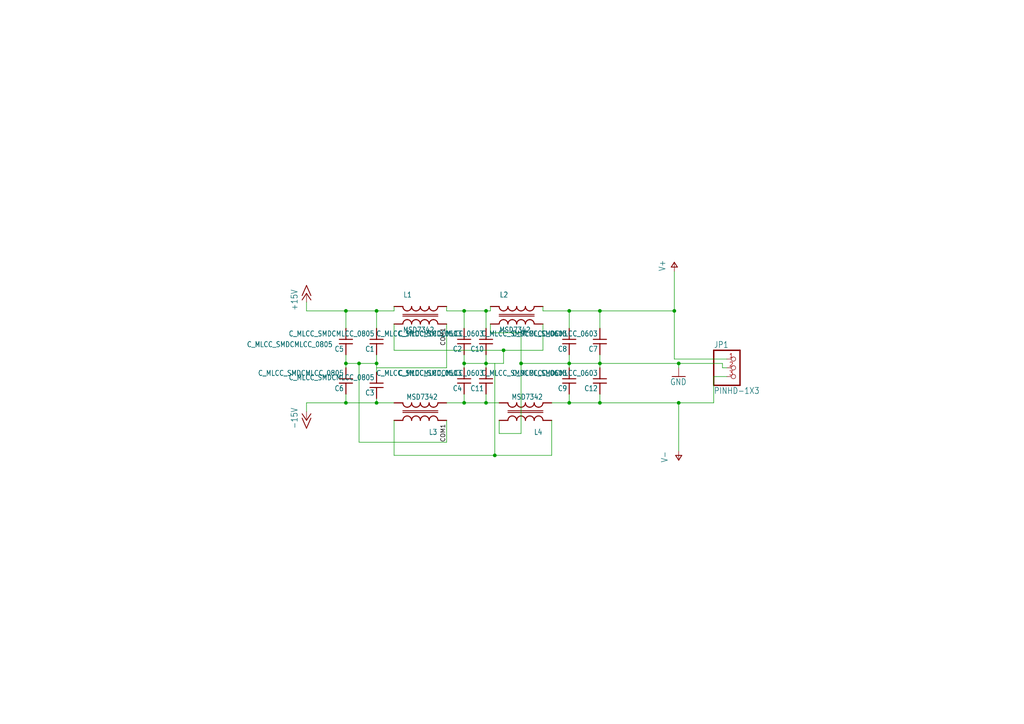
<source format=kicad_sch>
(kicad_sch (version 20211123) (generator eeschema)
  (paper "A4")
  (lib_symbols
    (symbol "FilterSupply-eagle-import:+15V" (power)
      (property "Value" "+15V" (at -2.54 -5.08 90))
      (symbol "+15V_1_0"
        (polyline (pts (xy 0 0) (xy -1.27 -1.905)) (stroke (width 0.254)))
        (polyline (pts (xy 0 2.286) (xy -1.27 -0.635)) (stroke (width 0.254)))
        (polyline (pts (xy 1.27 -1.905) (xy 0 0)) (stroke (width 0.254)))
        (polyline (pts (xy 1.27 -0.635) (xy 0 2.286)) (stroke (width 0.254)))
        (pin power_in line (at 0 -2.54 90) (length 2.54) (name "+15V") (number "1"))
      )
    )
    (symbol "FilterSupply-eagle-import:-15V" (power)
      (property "Value" "-15V" (at -2.54 -2.54 90))
      (symbol "-15V_1_0"
        (polyline (pts (xy -1.27 0.635) (xy 0 -2.286)) (stroke (width 0.254)))
        (polyline (pts (xy -1.27 1.905) (xy 0 0)) (stroke (width 0.254)))
        (polyline (pts (xy 0 -2.286) (xy 1.27 0.635)) (stroke (width 0.254)))
        (polyline (pts (xy 0 0) (xy 1.27 1.905)) (stroke (width 0.254)))
        (pin power_in line (at 0 2.54 270) (length 2.54) (name "-15V") (number "1"))
      )
    )
    (symbol "FilterSupply-eagle-import:C_MLCC_SMDCMLCC_0603"
      (property "Reference" "C" (at 0.5715 0.0635 0))
      (property "Value" "C_MLCC_SMDCMLCC_0603" (at 0.5715 -4.3815 0))
      (symbol "C_MLCC_SMDCMLCC_0603_1_0"
        (polyline (pts (xy -1.905 -1.905) (xy 0 -1.905)) (stroke (width 0.3048)))
        (polyline (pts (xy 0 -1.905) (xy 0 -5.08)) (stroke (width 0.3048)))
        (polyline (pts (xy 0 -1.905) (xy 1.905 -1.905)) (stroke (width 0.3048)))
        (polyline (pts (xy 0 -0.635) (xy -1.905 -0.635)) (stroke (width 0.3048)))
        (polyline (pts (xy 0 -0.635) (xy 0 2.54)) (stroke (width 0.3048)))
        (polyline (pts (xy 1.905 -0.635) (xy 0 -0.635)) (stroke (width 0.3048)))
        (pin passive line (at 0 2.54 270) (length 0) (name "1") (number "P$1"))
        (pin passive line (at 0 -5.08 90) (length 0) (name "2") (number "P$2"))
      )
    )
    (symbol "FilterSupply-eagle-import:C_MLCC_SMDCMLCC_0805"
      (property "Reference" "C" (at 0.5715 0.0635 0))
      (property "Value" "C_MLCC_SMDCMLCC_0805" (at 0.5715 -4.3815 0))
      (symbol "C_MLCC_SMDCMLCC_0805_1_0"
        (polyline (pts (xy -1.905 -1.905) (xy 0 -1.905)) (stroke (width 0.3048)))
        (polyline (pts (xy 0 -1.905) (xy 0 -5.08)) (stroke (width 0.3048)))
        (polyline (pts (xy 0 -1.905) (xy 1.905 -1.905)) (stroke (width 0.3048)))
        (polyline (pts (xy 0 -0.635) (xy -1.905 -0.635)) (stroke (width 0.3048)))
        (polyline (pts (xy 0 -0.635) (xy 0 2.54)) (stroke (width 0.3048)))
        (polyline (pts (xy 1.905 -0.635) (xy 0 -0.635)) (stroke (width 0.3048)))
        (pin passive line (at 0 2.54 270) (length 0) (name "1") (number "P$1"))
        (pin passive line (at 0 -5.08 90) (length 0) (name "2") (number "P$2"))
      )
    )
    (symbol "FilterSupply-eagle-import:GND" (power)
      (property "Value" "GND" (at -2.54 -2.54 0))
      (symbol "GND_1_0"
        (polyline (pts (xy -1.905 0) (xy 1.905 0)) (stroke (width 0.254)))
        (pin power_in line (at 0 2.54 270) (length 2.54) (name "GND") (number "1"))
      )
    )
    (symbol "FilterSupply-eagle-import:MSD7342"
      (property "Reference" "L" (at -4.954 5.104 0))
      (property "Value" "MSD7342" (at -5.08 -5.08 0))
      (symbol "MSD7342_1_0"
        (arc (start -5.08 2.54) (mid -4.708 1.642) (end -3.81 1.27) (stroke (width 0.3048)))
        (arc (start -3.81 -1.27) (mid -4.708 -1.642) (end -5.08 -2.54) (stroke (width 0.3048)))
        (arc (start -3.81 1.27) (mid -2.912 1.642) (end -2.54 2.54) (stroke (width 0.3048)))
        (arc (start -2.54 -2.54) (mid -2.912 -1.642) (end -3.81 -1.27) (stroke (width 0.3048)))
        (arc (start -2.54 2.54) (mid -2.168 1.642) (end -1.27 1.27) (stroke (width 0.3048)))
        (arc (start -1.27 -1.27) (mid -2.168 -1.642) (end -2.54 -2.54) (stroke (width 0.3048)))
        (arc (start -1.27 1.27) (mid -0.372 1.642) (end 0 2.54) (stroke (width 0.3048)))
        (arc (start 0 -2.54) (mid -0.372 -1.642) (end -1.27 -1.27) (stroke (width 0.3048)))
        (polyline (pts (xy -5.08 -2.54) (xy -7.62 -2.54)) (stroke (width 0.3048)))
        (polyline (pts (xy -5.08 -0.254) (xy 5.08 -0.254)) (stroke (width 0.254)))
        (polyline (pts (xy -5.08 0.254) (xy 5.08 0.254)) (stroke (width 0.254)))
        (polyline (pts (xy -5.08 2.54) (xy -7.62 2.54)) (stroke (width 0.3048)))
        (polyline (pts (xy 5.08 -2.54) (xy 7.62 -2.54)) (stroke (width 0.3048)))
        (polyline (pts (xy 5.08 2.54) (xy 7.62 2.54)) (stroke (width 0.3048)))
        (arc (start 0 2.54) (mid 0.372 1.642) (end 1.27 1.27) (stroke (width 0.3048)))
        (arc (start 1.27 -1.27) (mid 0.372 -1.642) (end 0 -2.54) (stroke (width 0.3048)))
        (arc (start 1.27 1.27) (mid 2.168 1.642) (end 2.54 2.54) (stroke (width 0.3048)))
        (arc (start 2.54 -2.54) (mid 2.168 -1.642) (end 1.27 -1.27) (stroke (width 0.3048)))
        (arc (start 2.54 2.54) (mid 2.912 1.642) (end 3.81 1.27) (stroke (width 0.3048)))
        (arc (start 3.81 -1.27) (mid 2.912 -1.642) (end 2.54 -2.54) (stroke (width 0.3048)))
        (arc (start 3.81 1.27) (mid 4.708 1.642) (end 5.08 2.54) (stroke (width 0.3048)))
        (arc (start 5.08 -2.54) (mid 4.708 -1.642) (end 3.81 -1.27) (stroke (width 0.3048)))
        (pin passive line (at -7.62 -2.54 0) (length 2.54) (name "1") (number "1"))
        (pin passive line (at -7.62 2.54 0) (length 2.54) (name "2") (number "2"))
        (pin passive line (at 7.62 -2.54 180) (length 2.54) (name "3") (number "3"))
        (pin passive line (at 7.62 2.54 180) (length 2.54) (name "4") (number "4"))
      )
    )
    (symbol "FilterSupply-eagle-import:PINHD-1X3"
      (property "Reference" "JP" (at -6.35 5.715 0))
      (property "Value" "PINHD-1X3" (at -6.35 -7.62 0))
      (symbol "PINHD-1X3_1_0"
        (polyline (pts (xy -6.35 -5.08) (xy 1.27 -5.08)) (stroke (width 0.4064)))
        (polyline (pts (xy -6.35 5.08) (xy -6.35 -5.08)) (stroke (width 0.4064)))
        (polyline (pts (xy 1.27 -5.08) (xy 1.27 5.08)) (stroke (width 0.4064)))
        (polyline (pts (xy 1.27 5.08) (xy -6.35 5.08)) (stroke (width 0.4064)))
        (pin passive inverted (at -2.54 2.54 0) (length 2.54) (name "1") (number "1"))
        (pin passive inverted (at -2.54 0 0) (length 2.54) (name "2") (number "2"))
        (pin passive inverted (at -2.54 -2.54 0) (length 2.54) (name "3") (number "3"))
      )
    )
    (symbol "FilterSupply-eagle-import:V+" (power)
      (property "Value" "V+" (at -2.54 -2.54 90))
      (symbol "V+_1_0"
        (polyline (pts (xy -0.889 -1.27) (xy 0.889 -1.27)) (stroke (width 0.254)))
        (polyline (pts (xy 0 0.127) (xy -0.889 -1.27)) (stroke (width 0.254)))
        (polyline (pts (xy 0.889 -1.27) (xy 0 0.127)) (stroke (width 0.254)))
        (pin power_in line (at 0 -2.54 90) (length 2.54) (name "V+") (number "1"))
      )
    )
    (symbol "FilterSupply-eagle-import:V-" (power)
      (property "Value" "V-" (at -5.08 2.54 90))
      (symbol "V-_1_0"
        (polyline (pts (xy -0.889 1.27) (xy 0 -0.127)) (stroke (width 0.254)))
        (polyline (pts (xy -0.889 1.27) (xy 0.889 1.27)) (stroke (width 0.254)))
        (polyline (pts (xy 0 -0.127) (xy 0.889 1.27)) (stroke (width 0.254)))
        (pin power_in line (at 0 2.54 270) (length 2.54) (name "V-") (number "1"))
      )
    )
  )
  (junction (at 165.1 105.41))
  (junction (at 196.85 105.41))
  (junction (at 134.62 116.84))
  (junction (at 143.51 132.08))
  (junction (at 140.97 90.17))
  (junction (at 173.99 105.41))
  (junction (at 165.1 116.84))
  (junction (at 196.85 116.84))
  (junction (at 165.1 90.17))
  (junction (at 100.33 90.17))
  (junction (at 195.58 90.17))
  (junction (at 173.99 116.84))
  (junction (at 173.99 90.17))
  (junction (at 140.97 105.41))
  (junction (at 109.22 105.41))
  (junction (at 134.62 105.41))
  (junction (at 134.62 90.17))
  (junction (at 146.05 101.6))
  (junction (at 100.33 116.84))
  (junction (at 140.97 116.84))
  (junction (at 104.14 105.41))
  (junction (at 100.33 105.41))
  (junction (at 151.13 105.41))
  (junction (at 109.22 90.17))
  (junction (at 109.22 116.84))
  (wire (pts (xy 129.54 93.98) (xy 129.54 106.68)))
  (wire (pts (xy 165.1 90.17) (xy 173.99 90.17)))
  (wire (pts (xy 146.05 101.6) (xy 114.3 101.6)))
  (wire (pts (xy 165.1 102.87) (xy 165.1 105.41)))
  (wire (pts (xy 140.97 116.84) (xy 134.62 116.84)))
  (wire (pts (xy 160.02 121.92) (xy 160.02 132.08)))
  (wire (pts (xy 142.24 90.17) (xy 142.24 88.9)))
  (wire (pts (xy 210.82 106.68) (xy 209.55 106.68)))
  (wire (pts (xy 209.55 105.41) (xy 209.55 106.68)))
  (wire (pts (xy 151.13 125.73) (xy 151.13 105.41)))
  (wire (pts (xy 157.48 93.98) (xy 157.48 101.6)))
  (wire (pts (xy 173.99 90.17) (xy 195.58 90.17)))
  (wire (pts (xy 207.01 116.84) (xy 196.85 116.84)))
  (wire (pts (xy 100.33 90.17) (xy 88.9 90.17)))
  (wire (pts (xy 173.99 102.87) (xy 173.99 105.41)))
  (wire (pts (xy 196.85 105.41) (xy 196.85 106.68)))
  (wire (pts (xy 100.33 105.41) (xy 104.14 105.41)))
  (wire (pts (xy 140.97 105.41) (xy 140.97 106.68)))
  (wire (pts (xy 165.1 116.84) (xy 173.99 116.84)))
  (wire (pts (xy 142.24 93.98) (xy 142.24 96.52)))
  (wire (pts (xy 140.97 90.17) (xy 140.97 95.25)))
  (wire (pts (xy 114.3 132.08) (xy 114.3 121.92)))
  (wire (pts (xy 100.33 106.68) (xy 100.33 105.41)))
  (wire (pts (xy 109.22 115.57) (xy 109.22 116.84)))
  (wire (pts (xy 144.78 125.73) (xy 151.13 125.73)))
  (wire (pts (xy 88.9 87.63) (xy 88.9 90.17)))
  (wire (pts (xy 100.33 116.84) (xy 88.9 116.84)))
  (wire (pts (xy 195.58 90.17) (xy 195.58 78.74)))
  (wire (pts (xy 134.62 90.17) (xy 140.97 90.17)))
  (wire (pts (xy 143.51 105.41) (xy 143.51 132.08)))
  (wire (pts (xy 140.97 102.87) (xy 140.97 105.41)))
  (wire (pts (xy 104.14 105.41) (xy 109.22 105.41)))
  (wire (pts (xy 157.48 101.6) (xy 146.05 101.6)))
  (wire (pts (xy 146.05 105.41) (xy 146.05 101.6)))
  (wire (pts (xy 142.24 96.52) (xy 151.13 96.52)))
  (wire (pts (xy 134.62 116.84) (xy 129.54 116.84)))
  (wire (pts (xy 100.33 102.87) (xy 100.33 105.41)))
  (wire (pts (xy 210.82 109.22) (xy 207.01 109.22)))
  (wire (pts (xy 134.62 114.3) (xy 134.62 116.84)))
  (wire (pts (xy 140.97 105.41) (xy 143.51 105.41)))
  (wire (pts (xy 173.99 105.41) (xy 196.85 105.41)))
  (wire (pts (xy 140.97 114.3) (xy 140.97 116.84)))
  (wire (pts (xy 196.85 116.84) (xy 196.85 130.81)))
  (wire (pts (xy 104.14 128.27) (xy 104.14 105.41)))
  (wire (pts (xy 109.22 95.25) (xy 109.22 90.17)))
  (wire (pts (xy 88.9 116.84) (xy 88.9 119.38)))
  (wire (pts (xy 134.62 106.68) (xy 134.62 105.41)))
  (wire (pts (xy 160.02 132.08) (xy 143.51 132.08)))
  (wire (pts (xy 109.22 116.84) (xy 100.33 116.84)))
  (wire (pts (xy 129.54 90.17) (xy 134.62 90.17)))
  (wire (pts (xy 140.97 90.17) (xy 142.24 90.17)))
  (wire (pts (xy 100.33 114.3) (xy 100.33 116.84)))
  (wire (pts (xy 109.22 102.87) (xy 109.22 105.41)))
  (wire (pts (xy 196.85 105.41) (xy 209.55 105.41)))
  (wire (pts (xy 114.3 90.17) (xy 114.3 88.9)))
  (wire (pts (xy 151.13 105.41) (xy 165.1 105.41)))
  (wire (pts (xy 165.1 105.41) (xy 173.99 105.41)))
  (wire (pts (xy 114.3 93.98) (xy 114.3 101.6)))
  (wire (pts (xy 109.22 90.17) (xy 100.33 90.17)))
  (wire (pts (xy 173.99 114.3) (xy 173.99 116.84)))
  (wire (pts (xy 114.3 116.84) (xy 109.22 116.84)))
  (wire (pts (xy 144.78 116.84) (xy 140.97 116.84)))
  (wire (pts (xy 157.48 88.9) (xy 157.48 90.17)))
  (wire (pts (xy 165.1 95.25) (xy 165.1 90.17)))
  (wire (pts (xy 160.02 116.84) (xy 165.1 116.84)))
  (wire (pts (xy 207.01 109.22) (xy 207.01 116.84)))
  (wire (pts (xy 144.78 121.92) (xy 144.78 125.73)))
  (wire (pts (xy 173.99 95.25) (xy 173.99 90.17)))
  (wire (pts (xy 143.51 132.08) (xy 114.3 132.08)))
  (wire (pts (xy 134.62 105.41) (xy 140.97 105.41)))
  (wire (pts (xy 195.58 104.14) (xy 195.58 90.17)))
  (wire (pts (xy 129.54 88.9) (xy 129.54 90.17)))
  (wire (pts (xy 109.22 105.41) (xy 109.22 107.95)))
  (wire (pts (xy 165.1 114.3) (xy 165.1 116.84)))
  (wire (pts (xy 173.99 116.84) (xy 196.85 116.84)))
  (wire (pts (xy 114.3 90.17) (xy 109.22 90.17)))
  (wire (pts (xy 134.62 95.25) (xy 134.62 90.17)))
  (wire (pts (xy 210.82 104.14) (xy 195.58 104.14)))
  (wire (pts (xy 134.62 102.87) (xy 134.62 105.41)))
  (wire (pts (xy 173.99 105.41) (xy 173.99 106.68)))
  (wire (pts (xy 100.33 95.25) (xy 100.33 90.17)))
  (wire (pts (xy 129.54 121.92) (xy 129.54 128.27)))
  (wire (pts (xy 165.1 106.68) (xy 165.1 105.41)))
  (wire (pts (xy 129.54 128.27) (xy 104.14 128.27)))
  (wire (pts (xy 129.54 106.68) (xy 109.22 106.68)))
  (wire (pts (xy 146.05 105.41) (xy 143.51 105.41)))
  (wire (pts (xy 151.13 96.52) (xy 151.13 105.41)))
  (wire (pts (xy 157.48 90.17) (xy 165.1 90.17)))
  (label "COM1" (at 129.54 128.27 90) (effects (font (size 1.2446 1.2446))))
  (label "COM1" (at 129.54 100.33 90) (effects (font (size 1.2446 1.2446))))
  (symbol (lib_id "FilterSupply-eagle-import:MSD7342") (at 149.86 91.44 0) (unit 1)
    (property "Reference" "L2" (at 144.906 86.336 0) (effects (font (size 1.524 1.2954)) (justify left bottom)))
    (property "Value" "MSD7342" (at 144.78 96.52 0) (effects (font (size 1.524 1.2954)) (justify left bottom)))
    (property "Footprint" "FilterSupply:MSD7342" (effects hide))
  )
  (symbol (lib_id "FilterSupply-eagle-import:+15V") (at 88.9 85.09 0) (unit 1)
    (property "Reference" "#P+1" (effects hide))
    (property "Value" "+15V" (at 86.36 90.17 90) (effects (font (size 1.778 1.5113)) (justify left bottom)))
    (property "Footprint" "FilterSupply:" (effects hide))
  )
  (symbol (lib_id "FilterSupply-eagle-import:C_MLCC_SMDCMLCC_0603") (at 165.1 111.76 180) (unit 1)
    (property "Reference" "C9" (at 164.5285 111.8235 0) (effects (font (size 1.524 1.2954)) (justify left bottom)))
    (property "Value" "C_MLCC_SMDCMLCC_0603" (at 164.5285 107.3785 0) (effects (font (size 1.524 1.2954)) (justify left bottom)))
    (property "Footprint" "FilterSupply:C_MLCC_0603" (effects hide))
  )
  (symbol (lib_id "FilterSupply-eagle-import:GND") (at 196.85 109.22 0) (unit 1)
    (property "Reference" "#GND1" (effects hide))
    (property "Value" "GND" (at 194.31 111.76 0) (effects (font (size 1.778 1.5113)) (justify left bottom)))
    (property "Footprint" "FilterSupply:" (effects hide))
  )
  (symbol (lib_id "FilterSupply-eagle-import:C_MLCC_SMDCMLCC_0603") (at 173.99 100.33 180) (unit 1)
    (property "Reference" "C7" (at 173.4185 100.3935 0) (effects (font (size 1.524 1.2954)) (justify left bottom)))
    (property "Value" "C_MLCC_SMDCMLCC_0603" (at 173.4185 95.9485 0) (effects (font (size 1.524 1.2954)) (justify left bottom)))
    (property "Footprint" "FilterSupply:C_MLCC_0603" (effects hide))
  )
  (symbol (lib_id "FilterSupply-eagle-import:C_MLCC_SMDCMLCC_0603") (at 140.97 100.33 180) (unit 1)
    (property "Reference" "C10" (at 140.3985 100.3935 0) (effects (font (size 1.524 1.2954)) (justify left bottom)))
    (property "Value" "C_MLCC_SMDCMLCC_0603" (at 140.3985 95.9485 0) (effects (font (size 1.524 1.2954)) (justify left bottom)))
    (property "Footprint" "FilterSupply:C_MLCC_0603" (effects hide))
  )
  (symbol (lib_id "FilterSupply-eagle-import:V+") (at 195.58 76.2 0) (unit 1)
    (property "Reference" "#P+2" (effects hide))
    (property "Value" "V+" (at 193.04 78.74 90) (effects (font (size 1.778 1.5113)) (justify left bottom)))
    (property "Footprint" "FilterSupply:" (effects hide))
  )
  (symbol (lib_id "FilterSupply-eagle-import:PINHD-1X3") (at 213.36 106.68 0) (unit 1)
    (property "Reference" "JP1" (at 207.01 100.965 0) (effects (font (size 1.778 1.5113)) (justify left bottom)))
    (property "Value" "PINHD-1X3" (at 207.01 114.3 0) (effects (font (size 1.778 1.5113)) (justify left bottom)))
    (property "Footprint" "FilterSupply:1X03" (effects hide))
  )
  (symbol (lib_id "FilterSupply-eagle-import:C_MLCC_SMDCMLCC_0603") (at 173.99 111.76 180) (unit 1)
    (property "Reference" "C12" (at 173.4185 111.8235 0) (effects (font (size 1.524 1.2954)) (justify left bottom)))
    (property "Value" "C_MLCC_SMDCMLCC_0603" (at 173.4185 107.3785 0) (effects (font (size 1.524 1.2954)) (justify left bottom)))
    (property "Footprint" "FilterSupply:C_MLCC_0603" (effects hide))
  )
  (symbol (lib_id "FilterSupply-eagle-import:MSD7342") (at 121.92 119.38 180) (unit 1)
    (property "Reference" "L3" (at 126.874 124.484 0) (effects (font (size 1.524 1.2954)) (justify left bottom)))
    (property "Value" "MSD7342" (at 127 114.3 0) (effects (font (size 1.524 1.2954)) (justify left bottom)))
    (property "Footprint" "FilterSupply:MSD7342" (effects hide))
  )
  (symbol (lib_id "FilterSupply-eagle-import:V-") (at 196.85 133.35 0) (unit 1)
    (property "Reference" "#P-2" (effects hide))
    (property "Value" "V-" (at 191.77 130.81 90) (effects (font (size 1.778 1.5113)) (justify right top)))
    (property "Footprint" "FilterSupply:" (effects hide))
  )
  (symbol (lib_id "FilterSupply-eagle-import:C_MLCC_SMDCMLCC_0603") (at 165.1 100.33 180) (unit 1)
    (property "Reference" "C8" (at 164.5285 100.3935 0) (effects (font (size 1.524 1.2954)) (justify left bottom)))
    (property "Value" "C_MLCC_SMDCMLCC_0603" (at 164.5285 95.9485 0) (effects (font (size 1.524 1.2954)) (justify left bottom)))
    (property "Footprint" "FilterSupply:C_MLCC_0603" (effects hide))
  )
  (symbol (lib_id "FilterSupply-eagle-import:C_MLCC_SMDCMLCC_0805") (at 100.33 111.76 180) (unit 1)
    (property "Reference" "C6" (at 99.7585 111.8235 0) (effects (font (size 1.524 1.2954)) (justify left bottom)))
    (property "Value" "C_MLCC_SMDCMLCC_0805" (at 99.7585 107.3785 0) (effects (font (size 1.524 1.2954)) (justify left bottom)))
    (property "Footprint" "FilterSupply:C_MLCC_0805" (effects hide))
  )
  (symbol (lib_id "FilterSupply-eagle-import:MSD7342") (at 152.4 119.38 180) (unit 1)
    (property "Reference" "L4" (at 157.354 124.484 0) (effects (font (size 1.524 1.2954)) (justify left bottom)))
    (property "Value" "MSD7342" (at 157.48 114.3 0) (effects (font (size 1.524 1.2954)) (justify left bottom)))
    (property "Footprint" "FilterSupply:MSD7342" (effects hide))
  )
  (symbol (lib_id "FilterSupply-eagle-import:C_MLCC_SMDCMLCC_0805") (at 109.22 100.33 180) (unit 1)
    (property "Reference" "C1" (at 108.6485 100.3935 0) (effects (font (size 1.524 1.2954)) (justify left bottom)))
    (property "Value" "C_MLCC_SMDCMLCC_0805" (at 108.6485 95.9485 0) (effects (font (size 1.524 1.2954)) (justify left bottom)))
    (property "Footprint" "FilterSupply:C_MLCC_0805" (effects hide))
  )
  (symbol (lib_id "FilterSupply-eagle-import:C_MLCC_SMDCMLCC_0603") (at 134.62 111.76 180) (unit 1)
    (property "Reference" "C4" (at 134.0485 111.8235 0) (effects (font (size 1.524 1.2954)) (justify left bottom)))
    (property "Value" "C_MLCC_SMDCMLCC_0603" (at 134.0485 107.3785 0) (effects (font (size 1.524 1.2954)) (justify left bottom)))
    (property "Footprint" "FilterSupply:C_MLCC_0603" (effects hide))
  )
  (symbol (lib_id "FilterSupply-eagle-import:-15V") (at 88.9 121.92 0) (unit 1)
    (property "Reference" "#P-1" (effects hide))
    (property "Value" "-15V" (at 86.36 124.46 90) (effects (font (size 1.778 1.5113)) (justify left bottom)))
    (property "Footprint" "FilterSupply:" (effects hide))
  )
  (symbol (lib_id "FilterSupply-eagle-import:MSD7342") (at 121.92 91.44 0) (unit 1)
    (property "Reference" "L1" (at 116.966 86.336 0) (effects (font (size 1.524 1.2954)) (justify left bottom)))
    (property "Value" "MSD7342" (at 116.84 96.52 0) (effects (font (size 1.524 1.2954)) (justify left bottom)))
    (property "Footprint" "FilterSupply:MSD7342" (effects hide))
  )
  (symbol (lib_id "FilterSupply-eagle-import:C_MLCC_SMDCMLCC_0805") (at 100.33 100.33 180) (unit 1)
    (property "Reference" "C5" (at 99.7585 100.3935 0) (effects (font (size 1.524 1.2954)) (justify left bottom)))
    (property "Value" "C_MLCC_SMDCMLCC_0805" (at 96.52 99.06 0) (effects (font (size 1.524 1.2954)) (justify left bottom)))
    (property "Footprint" "FilterSupply:C_MLCC_0805" (effects hide))
  )
  (symbol (lib_id "FilterSupply-eagle-import:C_MLCC_SMDCMLCC_0603") (at 134.62 100.33 180) (unit 1)
    (property "Reference" "C2" (at 134.0485 100.3935 0) (effects (font (size 1.524 1.2954)) (justify left bottom)))
    (property "Value" "C_MLCC_SMDCMLCC_0603" (at 134.0485 95.9485 0) (effects (font (size 1.524 1.2954)) (justify left bottom)))
    (property "Footprint" "FilterSupply:C_MLCC_0603" (effects hide))
  )
  (symbol (lib_id "FilterSupply-eagle-import:C_MLCC_SMDCMLCC_0805") (at 109.22 113.03 180) (unit 1)
    (property "Reference" "C3" (at 108.6485 113.0935 0) (effects (font (size 1.524 1.2954)) (justify left bottom)))
    (property "Value" "C_MLCC_SMDCMLCC_0805" (at 108.6485 108.6485 0) (effects (font (size 1.524 1.2954)) (justify left bottom)))
    (property "Footprint" "FilterSupply:C_MLCC_0805" (effects hide))
  )
  (symbol (lib_id "FilterSupply-eagle-import:C_MLCC_SMDCMLCC_0603") (at 140.97 111.76 180) (unit 1)
    (property "Reference" "C11" (at 140.3985 111.8235 0) (effects (font (size 1.524 1.2954)) (justify left bottom)))
    (property "Value" "C_MLCC_SMDCMLCC_0603" (at 140.3985 107.3785 0) (effects (font (size 1.524 1.2954)) (justify left bottom)))
    (property "Footprint" "FilterSupply:C_MLCC_0603" (effects hide))
  )
)
</source>
